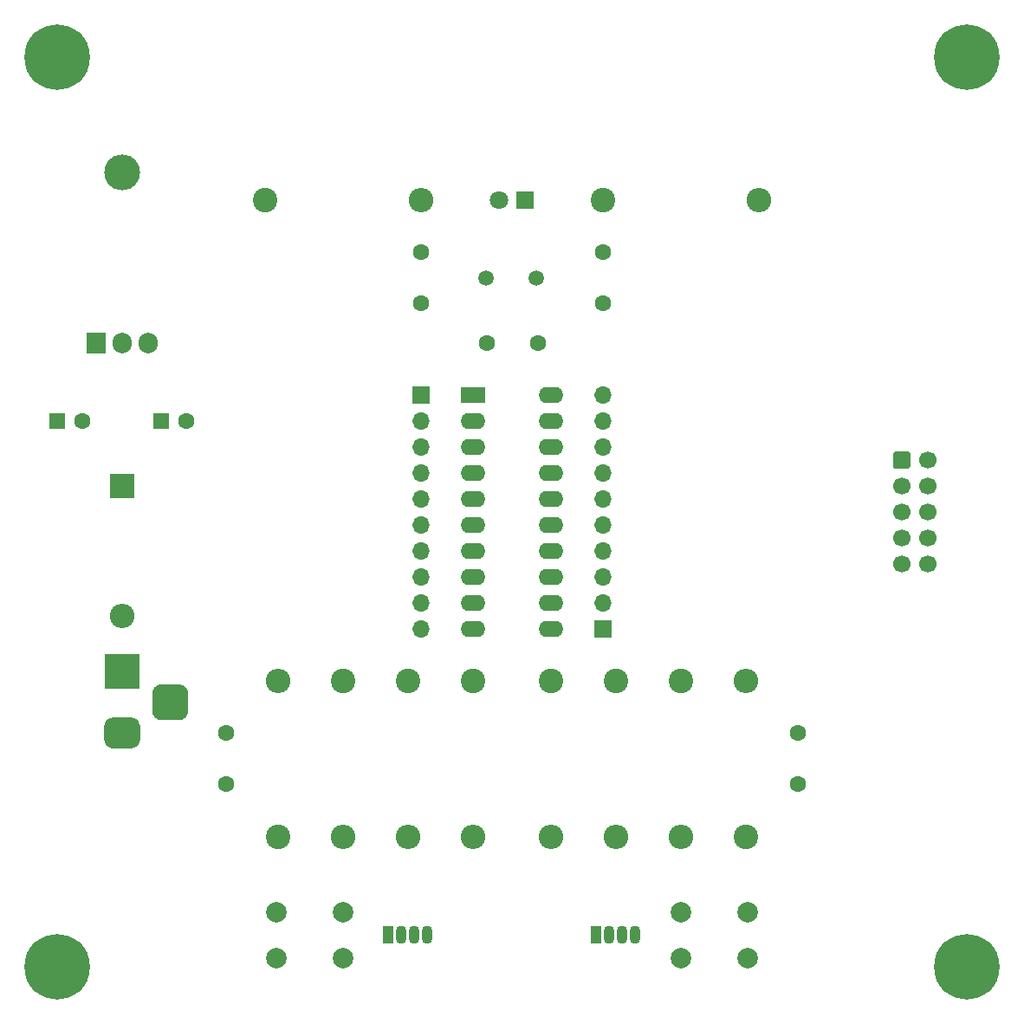
<source format=gbr>
G04 #@! TF.GenerationSoftware,KiCad,Pcbnew,(5.1.8)-1*
G04 #@! TF.CreationDate,2020-12-11T21:41:05+01:00*
G04 #@! TF.ProjectId,at90s1200,61743930-7331-4323-9030-2e6b69636164,rev?*
G04 #@! TF.SameCoordinates,Original*
G04 #@! TF.FileFunction,Soldermask,Bot*
G04 #@! TF.FilePolarity,Negative*
%FSLAX46Y46*%
G04 Gerber Fmt 4.6, Leading zero omitted, Abs format (unit mm)*
G04 Created by KiCad (PCBNEW (5.1.8)-1) date 2020-12-11 21:41:05*
%MOMM*%
%LPD*%
G01*
G04 APERTURE LIST*
%ADD10O,2.400000X2.400000*%
%ADD11C,2.400000*%
%ADD12R,2.400000X2.400000*%
%ADD13C,1.600000*%
%ADD14C,2.000000*%
%ADD15O,1.070000X1.800000*%
%ADD16R,1.070000X1.800000*%
%ADD17C,1.800000*%
%ADD18R,1.800000X1.800000*%
%ADD19O,1.700000X1.700000*%
%ADD20R,1.700000X1.700000*%
%ADD21C,0.800000*%
%ADD22C,6.400000*%
%ADD23R,1.600000X1.600000*%
%ADD24C,1.500000*%
%ADD25O,1.905000X2.000000*%
%ADD26R,1.905000X2.000000*%
%ADD27O,3.500000X3.500000*%
%ADD28O,2.400000X1.600000*%
%ADD29R,2.400000X1.600000*%
%ADD30R,3.500000X3.500000*%
%ADD31C,1.700000*%
G04 APERTURE END LIST*
D10*
X170180000Y-78740000D03*
D11*
X154940000Y-78740000D03*
D10*
X107950000Y-119380000D03*
D12*
X107950000Y-106680000D03*
D10*
X168910000Y-125730000D03*
D11*
X168910000Y-140970000D03*
D10*
X123190000Y-125730000D03*
D11*
X123190000Y-140970000D03*
D13*
X173990000Y-135810000D03*
X173990000Y-130810000D03*
X118110000Y-135810000D03*
X118110000Y-130810000D03*
D14*
X169060000Y-148336000D03*
X169060000Y-152836000D03*
X162560000Y-148336000D03*
X162560000Y-152836000D03*
X129540000Y-148336000D03*
X129540000Y-152836000D03*
X123040000Y-148336000D03*
X123040000Y-152836000D03*
D10*
X149860000Y-140970000D03*
D11*
X149860000Y-125730000D03*
D10*
X162560000Y-140970000D03*
D11*
X162560000Y-125730000D03*
D10*
X156210000Y-140970000D03*
D11*
X156210000Y-125730000D03*
D15*
X158115000Y-150495000D03*
X156845000Y-150495000D03*
X155575000Y-150495000D03*
D16*
X154305000Y-150495000D03*
D10*
X129540000Y-140970000D03*
D11*
X129540000Y-125730000D03*
D10*
X142240000Y-140970000D03*
D11*
X142240000Y-125730000D03*
D10*
X135890000Y-140970000D03*
D11*
X135890000Y-125730000D03*
D15*
X137795000Y-150495000D03*
X136525000Y-150495000D03*
X135255000Y-150495000D03*
D16*
X133985000Y-150495000D03*
D10*
X137160000Y-78740000D03*
D11*
X121920000Y-78740000D03*
D17*
X144780000Y-78740000D03*
D18*
X147320000Y-78740000D03*
D19*
X154940000Y-97790000D03*
X154940000Y-100330000D03*
X154940000Y-102870000D03*
X154940000Y-105410000D03*
X154940000Y-107950000D03*
X154940000Y-110490000D03*
X154940000Y-113030000D03*
X154940000Y-115570000D03*
X154940000Y-118110000D03*
D20*
X154940000Y-120650000D03*
D19*
X137160000Y-120650000D03*
X137160000Y-118110000D03*
X137160000Y-115570000D03*
X137160000Y-113030000D03*
X137160000Y-110490000D03*
X137160000Y-107950000D03*
X137160000Y-105410000D03*
X137160000Y-102870000D03*
X137160000Y-100330000D03*
D20*
X137160000Y-97790000D03*
D21*
X103297056Y-151972944D03*
X101600000Y-151270000D03*
X99902944Y-151972944D03*
X99200000Y-153670000D03*
X99902944Y-155367056D03*
X101600000Y-156070000D03*
X103297056Y-155367056D03*
X104000000Y-153670000D03*
D22*
X101600000Y-153670000D03*
D21*
X192197056Y-151972944D03*
X190500000Y-151270000D03*
X188802944Y-151972944D03*
X188100000Y-153670000D03*
X188802944Y-155367056D03*
X190500000Y-156070000D03*
X192197056Y-155367056D03*
X192900000Y-153670000D03*
D22*
X190500000Y-153670000D03*
D21*
X192197056Y-63072944D03*
X190500000Y-62370000D03*
X188802944Y-63072944D03*
X188100000Y-64770000D03*
X188802944Y-66467056D03*
X190500000Y-67170000D03*
X192197056Y-66467056D03*
X192900000Y-64770000D03*
D22*
X190500000Y-64770000D03*
D21*
X103297056Y-63072944D03*
X101600000Y-62370000D03*
X99902944Y-63072944D03*
X99200000Y-64770000D03*
X99902944Y-66467056D03*
X101600000Y-67170000D03*
X103297056Y-66467056D03*
X104000000Y-64770000D03*
D22*
X101600000Y-64770000D03*
D13*
X114260000Y-100330000D03*
D23*
X111760000Y-100330000D03*
D13*
X104100000Y-100330000D03*
D23*
X101600000Y-100330000D03*
D24*
X148390000Y-86360000D03*
X143510000Y-86360000D03*
D25*
X110490000Y-92710000D03*
X107950000Y-92710000D03*
D26*
X105410000Y-92710000D03*
D27*
X107950000Y-76050000D03*
D28*
X149860000Y-97790000D03*
X142240000Y-120650000D03*
X149860000Y-100330000D03*
X142240000Y-118110000D03*
X149860000Y-102870000D03*
X142240000Y-115570000D03*
X149860000Y-105410000D03*
X142240000Y-113030000D03*
X149860000Y-107950000D03*
X142240000Y-110490000D03*
X149860000Y-110490000D03*
X142240000Y-107950000D03*
X149860000Y-113030000D03*
X142240000Y-105410000D03*
X149860000Y-115570000D03*
X142240000Y-102870000D03*
X149860000Y-118110000D03*
X142240000Y-100330000D03*
X149860000Y-120650000D03*
D29*
X142240000Y-97790000D03*
G36*
G01*
X113525000Y-129560000D02*
X111775000Y-129560000D01*
G75*
G02*
X110900000Y-128685000I0J875000D01*
G01*
X110900000Y-126935000D01*
G75*
G02*
X111775000Y-126060000I875000J0D01*
G01*
X113525000Y-126060000D01*
G75*
G02*
X114400000Y-126935000I0J-875000D01*
G01*
X114400000Y-128685000D01*
G75*
G02*
X113525000Y-129560000I-875000J0D01*
G01*
G37*
G36*
G01*
X108950000Y-132310000D02*
X106950000Y-132310000D01*
G75*
G02*
X106200000Y-131560000I0J750000D01*
G01*
X106200000Y-130060000D01*
G75*
G02*
X106950000Y-129310000I750000J0D01*
G01*
X108950000Y-129310000D01*
G75*
G02*
X109700000Y-130060000I0J-750000D01*
G01*
X109700000Y-131560000D01*
G75*
G02*
X108950000Y-132310000I-750000J0D01*
G01*
G37*
D30*
X107950000Y-124810000D03*
D31*
X186690000Y-114300000D03*
X186690000Y-111760000D03*
X186690000Y-109220000D03*
X186690000Y-106680000D03*
X186690000Y-104140000D03*
X184150000Y-114300000D03*
X184150000Y-111760000D03*
X184150000Y-109220000D03*
X184150000Y-106680000D03*
G36*
G01*
X183300000Y-104740000D02*
X183300000Y-103540000D01*
G75*
G02*
X183550000Y-103290000I250000J0D01*
G01*
X184750000Y-103290000D01*
G75*
G02*
X185000000Y-103540000I0J-250000D01*
G01*
X185000000Y-104740000D01*
G75*
G02*
X184750000Y-104990000I-250000J0D01*
G01*
X183550000Y-104990000D01*
G75*
G02*
X183300000Y-104740000I0J250000D01*
G01*
G37*
D13*
X143590000Y-92710000D03*
X148590000Y-92710000D03*
X154940000Y-88820000D03*
X154940000Y-83820000D03*
X137160000Y-88820000D03*
X137160000Y-83820000D03*
M02*

</source>
